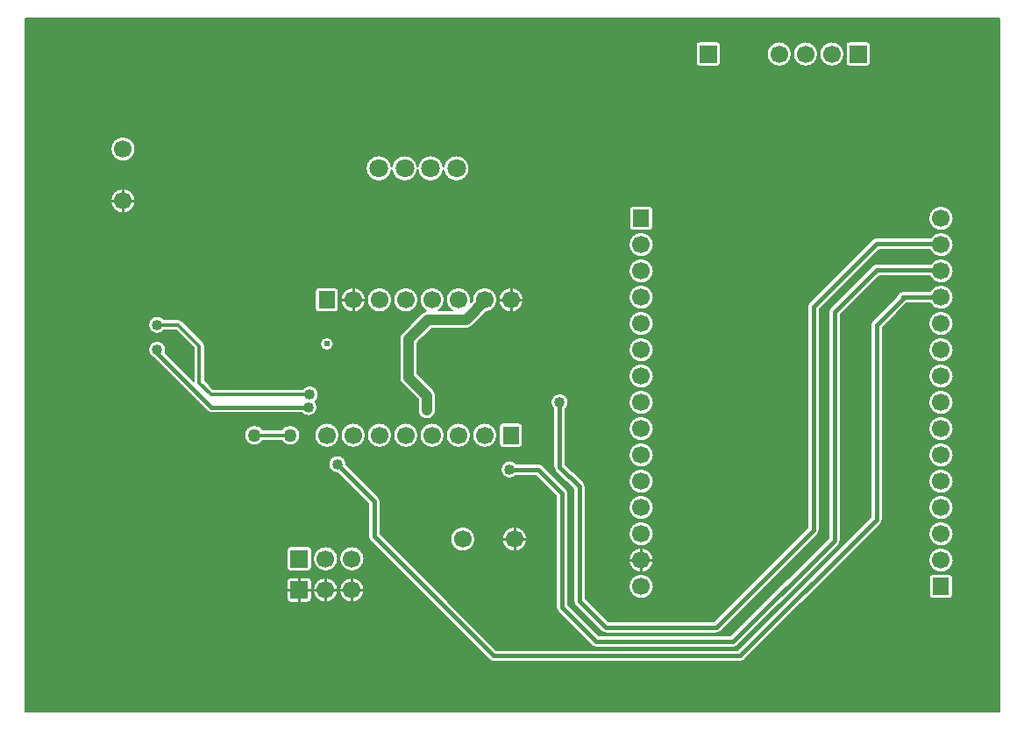
<source format=gbl>
G04 Layer: BottomLayer*
G04 EasyEDA Pro v2.0.19.1.e63e9f, 2023-06-23 12:42:27*
G04 Gerber Generator version 0.3*
G04 Scale: 100 percent, Rotated: No, Reflected: No*
G04 Dimensions in millimeters*
G04 Leading zeros omitted, absolute positions, 3 integers and 3 decimals*
%FSLAX33Y33*%
%MOMM*%
%ADD8191C,0.203*%
%ADD10C,0.254*%
%ADD11C,1.7*%
%ADD12R,1.575X1.7*%
%ADD13R,1.575X1.7*%
%ADD14R,1.575X1.7*%
%ADD15R,1.575X1.7*%
%ADD16R,1.7029X1.7*%
%ADD17R,1.7X1.7*%
%ADD18R,1.7X1.7*%
%ADD19C,1.8*%
%ADD20C,0.61*%
%ADD21C,1.27*%
%ADD22C,1.016*%
%ADD23C,0.356*%
%ADD24C,0.406*%
%ADD25C,0.457*%
G75*


G04 Copper Start*
G36*
G01X358Y485D02*
G01X358Y67460D01*
G01X94384D01*
G01Y485D01*
G01X358D01*
G37*
%LPC*%
G36*
G01X45158Y5448D02*
G03X45572Y5276I415J415D01*
G01X69363D01*
G03X69777Y5448I0J587D01*
G01X82965Y18635D01*
G03X83137Y19050I-415J415D01*
G01Y37603D01*
G01X85460Y39926D01*
G01X87717D01*
G03X88773Y39305I1056J587D01*
G03X89981Y40513I0J1208D01*
G03X88773Y41721I-1208J0D01*
G03X87717Y41100I0J-1208D01*
G01X85090D01*
G03X84518Y40644I0J-587D01*
G01X82135Y38261D01*
G03X81963Y37846I415J-415D01*
G01Y19293D01*
G01X69120Y6449D01*
G01X45815D01*
G01X34623Y17642D01*
G01Y20828D01*
G03X34451Y21243I-587J0D01*
G01X31345Y24348D01*
G03X31346Y24384I-865J36D01*
G03X30480Y25250I-866J0D01*
G03X29614Y24384I0J-866D01*
G03X30480Y23518I866J0D01*
G03X30516Y23519I0J866D01*
G01X33449Y20585D01*
G01Y17399D01*
G03X33621Y16984I587J0D01*
G01X45158Y5448D01*
G37*
G36*
G01X55084Y6824D02*
G03X55499Y6652I415J415D01*
G01X68707D01*
G03X69122Y6824I0J587D01*
G01X78901Y16603D01*
G03X79073Y17018I-415J415D01*
G01Y38873D01*
G01X82793Y42593D01*
G01X87656D01*
G03X88773Y41845I1117J460D01*
G03X89981Y43053I0J1208D01*
G03X88773Y44261I-1208J0D01*
G03X87798Y43767I0J-1208D01*
G01X82550D01*
G03X82135Y43595I0J-587D01*
G01X78071Y39531D01*
G03X77899Y39116I415J-415D01*
G01Y17261D01*
G01X68464Y7826D01*
G01X55742D01*
G01X52784Y10784D01*
G01Y21590D01*
G03X52612Y22005I-587J0D01*
G01X50326Y24291D01*
G03X49911Y24463I-415J-415D01*
G01X47754D01*
G03X47117Y24742I-637J-587D01*
G03X46251Y23876I0J-866D01*
G03X47117Y23010I866J0D01*
G03X47754Y23289I0J866D01*
G01X49668D01*
G01X51610Y21347D01*
G01Y10541D01*
G03X51782Y10126I587J0D01*
G01X55084Y6824D01*
G37*
G36*
G01X55973Y8221D02*
G03X56388Y8049I415J415D01*
G01X67056D01*
G03X67471Y8221I0J587D01*
G01X76869Y17619D01*
G03X77041Y18034I-415J415D01*
G01Y39381D01*
G01X82793Y45133D01*
G01X87656D01*
G03X88773Y44385I1117J460D01*
G03X89981Y45593I0J1208D01*
G03X88773Y46801I-1208J0D01*
G03X87798Y46307I0J-1208D01*
G01X82550D01*
G03X82135Y46135I0J-587D01*
G01X76039Y40039D01*
G03X75867Y39624I415J-415D01*
G01Y18277D01*
G01X66813Y9223D01*
G01X56631D01*
G01X54435Y11419D01*
G01Y22225D01*
G03X54263Y22640I-587J0D01*
G01X52530Y24373D01*
G01Y29716D01*
G03X52809Y30353I-587J637D01*
G03X51943Y31219I-866J0D01*
G03X51077Y30353I0J-866D01*
G03X51356Y29716I866J0D01*
G01Y24130D01*
G03X51528Y23715I587J0D01*
G01X53261Y21982D01*
G01Y11176D01*
G03X53433Y10761I587J0D01*
G01X55973Y8221D01*
G37*
G36*
G01X27686Y29037D02*
G03X28552Y29903I0J866D01*
G03X28362Y30445I-866J0D01*
G03X28679Y31115I-549J670D01*
G03X27813Y31981I-866J0D01*
G03X27133Y31651I0J-866D01*
G01X18510D01*
G01X17681Y32480D01*
G01Y35814D01*
G03X17524Y36193I-536J0D01*
G01X15492Y38225D01*
G03X15113Y38382I-379J-379D01*
G01X13761D01*
G03X13081Y38712I-680J-536D01*
G03X12215Y37846I0J-866D01*
G03X13081Y36980I866J0D01*
G03X13761Y37310I0J866D01*
G01X14891D01*
G01X16609Y35592D01*
G01Y32376D01*
G01X13882Y35103D01*
G03X13947Y35433I-801J330D01*
G03X13081Y36299I-866J0D01*
G03X12215Y35433I0J-866D01*
G03X12774Y34623I866J0D01*
G01X17891Y29506D01*
G03X18288Y29342I397J397D01*
G01X27027D01*
G03X27686Y29037I660J561D01*
G37*
G36*
G01X38250Y29591D02*
G03X39116Y28725I866J0D01*
G03X39982Y29591I0J866D01*
G01Y30988D01*
G03X39728Y31600I-866J0D01*
G01X38204Y33125D01*
G01Y36090D01*
G01X39602Y37488D01*
G01X42926D01*
G03X43538Y37742I0J866D01*
G01X44858Y39061D01*
G03X45912Y40259I-154J1198D01*
G03X44704Y41467I-1208J0D01*
G03X43496Y40259I0J-1208D01*
G03X43500Y40153I1208J0D01*
G01X43343Y39996D01*
G03X43372Y40259I-1179J263D01*
G03X42164Y41467I-1208J0D01*
G03X40956Y40259I0J-1208D01*
G03X41547Y39220I1208J0D01*
G01X40241D01*
G03X40832Y40259I-617J1039D01*
G03X39624Y41467I-1208J0D01*
G03X38416Y40259I0J-1208D01*
G03X39047Y39198I1208J0D01*
G03X38631Y38966I196J-844D01*
G01X36726Y37061D01*
G03X36472Y36449I612J-612D01*
G01Y32766D01*
G03X36726Y32154I866J0D01*
G01X38250Y30629D01*
G01Y29591D01*
G37*
G36*
G01X33219Y52959D02*
G03X34477Y51701I1258J0D01*
G03X35727Y52816I0J1258D01*
G03X36977Y51701I1250J143D01*
G03X38227Y52817I0J1258D01*
G03X39477Y51701I1250J142D01*
G03X40727Y52816I0J1258D01*
G03X41977Y51701I1250J143D01*
G03X43235Y52959I0J1258D01*
G03X41977Y54217I-1258J0D01*
G03X40727Y53102I0J-1258D01*
G03X39477Y54217I-1250J-143D01*
G03X38227Y53101I0J-1258D01*
G03X36977Y54217I-1250J-142D01*
G03X35727Y53102I0J-1258D01*
G03X34477Y54217I-1250J-143D01*
G03X33219Y52959I0J-1258D01*
G37*
G36*
G01X25072Y26642D02*
G03X25908Y26185I836J536D01*
G03X26901Y27178I0J993D01*
G03X25908Y28171I-993J0D01*
G03X25072Y27714I0J-993D01*
G01X23315D01*
G03X22479Y28171I-836J-536D01*
G03X21486Y27178I0J-993D01*
G03X22479Y26185I993J0D01*
G03X23315Y26642I0J993D01*
G01X25072D01*
G37*
G36*
G01X67144Y62800D02*
G03X67502Y63158I0J358D01*
G01Y64858D01*
G03X67144Y65216I-358J0D01*
G01X65444D01*
G03X65086Y64858I0J-358D01*
G01Y63158D01*
G03X65444Y62800I358J0D01*
G01X67144D01*
G37*
G36*
G01X81622Y62800D02*
G03X81980Y63158I0J358D01*
G01Y64858D01*
G03X81622Y65216I-358J0D01*
G01X79922D01*
G03X79564Y64858I0J-358D01*
G01Y63158D01*
G03X79922Y62800I358J0D01*
G01X81622D01*
G37*
G36*
G01X25589Y14390D02*
G03X25947Y14032I358J0D01*
G01X27647D01*
G03X28005Y14390I0J358D01*
G01Y16090D01*
G03X27647Y16448I-358J0D01*
G01X25947D01*
G03X25589Y16090I0J-358D01*
G01Y14390D01*
G37*
G36*
G01X30669Y15240D02*
G03X31877Y14032I1208J0D01*
G03X33085Y15240I0J1208D01*
G03X31877Y16448I-1208J0D01*
G03X30669Y15240I0J-1208D01*
G37*
G36*
G01X25589Y11377D02*
G03X25947Y11019I358J0D01*
G01X27647D01*
G03X28005Y11377I0J358D01*
G01Y13077D01*
G03X27647Y13435I-358J0D01*
G01X25947D01*
G03X25589Y13077I0J-358D01*
G01Y11377D01*
G37*
G36*
G01X41377Y17145D02*
G03X42585Y15937I1208J0D01*
G03X43793Y17145I0J1208D01*
G03X42585Y18353I-1208J0D01*
G03X41377Y17145I0J-1208D01*
G37*
G36*
G01X29464Y25970D02*
G03X30672Y27178I0J1208D01*
G03X29464Y28386I-1208J0D01*
G03X28256Y27178I0J-1208D01*
G03X29464Y25970I1208J0D01*
G37*
G36*
G01X46377Y17145D02*
G03X47585Y15937I1208J0D01*
G03X48793Y17145I0J1208D01*
G03X47585Y18353I-1208J0D01*
G03X46377Y17145I0J-1208D01*
G37*
G36*
G01X31877Y11019D02*
G03X33085Y12227I0J1208D01*
G03X31877Y13435I-1208J0D01*
G03X30669Y12227I0J-1208D01*
G03X31877Y11019I1208J0D01*
G37*
G36*
G01X59817Y11365D02*
G03X61025Y12573I0J1208D01*
G03X59817Y13781I-1208J0D01*
G03X58609Y12573I0J-1208D01*
G03X59817Y11365I1208J0D01*
G37*
G36*
G01X9779Y48616D02*
G03X10987Y49824I0J1208D01*
G03X9779Y51032I-1208J0D01*
G03X8571Y49824I0J-1208D01*
G03X9779Y48616I1208J0D01*
G37*
G36*
G01X58609Y15113D02*
G03X59817Y13905I1208J0D01*
G03X61025Y15113I0J1208D01*
G03X59817Y16321I-1208J0D01*
G03X58609Y15113I0J-1208D01*
G37*
G36*
G01X58609Y45593D02*
G03X59817Y44385I1208J0D01*
G03X61025Y45593I0J1208D01*
G03X59817Y46801I-1208J0D01*
G03X58609Y45593I0J-1208D01*
G37*
G36*
G01X58609Y17653D02*
G03X59817Y16445I1208J0D01*
G03X61025Y17653I0J1208D01*
G03X59817Y18861I-1208J0D01*
G03X58609Y17653I0J-1208D01*
G37*
G36*
G01X59817Y41845D02*
G03X61025Y43053I0J1208D01*
G03X59817Y44261I-1208J0D01*
G03X58609Y43053I0J-1208D01*
G03X59817Y41845I1208J0D01*
G37*
G36*
G01X59817Y18985D02*
G03X61025Y20193I0J1208D01*
G03X59817Y21401I-1208J0D01*
G03X58609Y20193I0J-1208D01*
G03X59817Y18985I1208J0D01*
G37*
G36*
G01X8571Y54824D02*
G03X9779Y53616I1208J0D01*
G03X10987Y54824I0J1208D01*
G03X9779Y56032I-1208J0D01*
G03X8571Y54824I0J-1208D01*
G37*
G36*
G01X59817Y21525D02*
G03X61025Y22733I0J1208D01*
G03X59817Y23941I-1208J0D01*
G03X58609Y22733I0J-1208D01*
G03X59817Y21525I1208J0D01*
G37*
G36*
G01X59817Y24065D02*
G03X61025Y25273I0J1208D01*
G03X59817Y26481I-1208J0D01*
G03X58609Y25273I0J-1208D01*
G03X59817Y24065I1208J0D01*
G37*
G36*
G01X38416Y27178D02*
G03X39624Y25970I1208J0D01*
G03X40832Y27178I0J1208D01*
G03X39624Y28386I-1208J0D01*
G03X38416Y27178I0J-1208D01*
G37*
G36*
G01X58609Y27813D02*
G03X59817Y26605I1208J0D01*
G03X61025Y27813I0J1208D01*
G03X59817Y29021I-1208J0D01*
G03X58609Y27813I0J-1208D01*
G37*
G36*
G01X58609Y30353D02*
G03X59817Y29145I1208J0D01*
G03X61025Y30353I0J1208D01*
G03X59817Y31561I-1208J0D01*
G03X58609Y30353I0J-1208D01*
G37*
G36*
G01X58609Y32893D02*
G03X59817Y31685I1208J0D01*
G03X61025Y32893I0J1208D01*
G03X59817Y34101I-1208J0D01*
G03X58609Y32893I0J-1208D01*
G37*
G36*
G01X58609Y35433D02*
G03X59817Y34225I1208J0D01*
G03X61025Y35433I0J1208D01*
G03X59817Y36641I-1208J0D01*
G03X58609Y35433I0J-1208D01*
G37*
G36*
G01X58609Y37973D02*
G03X59817Y36765I1208J0D01*
G03X61025Y37973I0J1208D01*
G03X59817Y39181I-1208J0D01*
G03X58609Y37973I0J-1208D01*
G37*
G36*
G01X46036Y40259D02*
G03X47244Y39051I1208J0D01*
G03X48452Y40259I0J1208D01*
G03X47244Y41467I-1208J0D01*
G03X46036Y40259I0J-1208D01*
G37*
G36*
G01X58609Y40513D02*
G03X59817Y39305I1208J0D01*
G03X61025Y40513I0J1208D01*
G03X59817Y41721I-1208J0D01*
G03X58609Y40513I0J-1208D01*
G37*
G36*
G01X28129Y12227D02*
G03X29337Y11019I1208J0D01*
G03X30545Y12227I0J1208D01*
G03X29337Y13435I-1208J0D01*
G03X28129Y12227I0J-1208D01*
G37*
G36*
G01X28129Y15240D02*
G03X29337Y14032I1208J0D01*
G03X30545Y15240I0J1208D01*
G03X29337Y16448I-1208J0D01*
G03X28129Y15240I0J-1208D01*
G37*
G36*
G01X40956Y27178D02*
G03X42164Y25970I1208J0D01*
G03X43372Y27178I0J1208D01*
G03X42164Y28386I-1208J0D01*
G03X40956Y27178I0J-1208D01*
G37*
G36*
G01X37084Y25970D02*
G03X38292Y27178I0J1208D01*
G03X37084Y28386I-1208J0D01*
G03X35876Y27178I0J-1208D01*
G03X37084Y25970I1208J0D01*
G37*
G36*
G01X37084Y39051D02*
G03X38292Y40259I0J1208D01*
G03X37084Y41467I-1208J0D01*
G03X35876Y40259I0J-1208D01*
G03X37084Y39051I1208J0D01*
G37*
G36*
G01X30796Y40259D02*
G03X32004Y39051I1208J0D01*
G03X33212Y40259I0J1208D01*
G03X32004Y41467I-1208J0D01*
G03X30796Y40259I0J-1208D01*
G37*
G36*
G01X34544Y39051D02*
G03X35752Y40259I0J1208D01*
G03X34544Y41467I-1208J0D01*
G03X33336Y40259I0J-1208D01*
G03X34544Y39051I1208J0D01*
G37*
G36*
G01X34544Y25970D02*
G03X35752Y27178I0J1208D01*
G03X34544Y28386I-1208J0D01*
G03X33336Y27178I0J-1208D01*
G03X34544Y25970I1208J0D01*
G37*
G36*
G01X44704Y25970D02*
G03X45912Y27178I0J1208D01*
G03X44704Y28386I-1208J0D01*
G03X43496Y27178I0J-1208D01*
G03X44704Y25970I1208J0D01*
G37*
G36*
G01X32004Y25970D02*
G03X33212Y27178I0J1208D01*
G03X32004Y28386I-1208J0D01*
G03X30796Y27178I0J-1208D01*
G03X32004Y25970I1208J0D01*
G37*
G36*
G01X87565Y32893D02*
G03X88773Y31685I1208J0D01*
G03X89981Y32893I0J1208D01*
G03X88773Y34101I-1208J0D01*
G03X87565Y32893I0J-1208D01*
G37*
G36*
G01X88773Y34225D02*
G03X89981Y35433I0J1208D01*
G03X88773Y36641I-1208J0D01*
G03X87565Y35433I0J-1208D01*
G03X88773Y34225I1208J0D01*
G37*
G36*
G01X87565Y37973D02*
G03X88773Y36765I1208J0D01*
G03X89981Y37973I0J1208D01*
G03X88773Y39181I-1208J0D01*
G03X87565Y37973I0J-1208D01*
G37*
G36*
G01X88773Y29145D02*
G03X89981Y30353I0J1208D01*
G03X88773Y31561I-1208J0D01*
G03X87565Y30353I0J-1208D01*
G03X88773Y29145I1208J0D01*
G37*
G36*
G01X87565Y20193D02*
G03X88773Y18985I1208J0D01*
G03X89981Y20193I0J1208D01*
G03X88773Y21401I-1208J0D01*
G03X87565Y20193I0J-1208D01*
G37*
G36*
G01X88773Y21525D02*
G03X89981Y22733I0J1208D01*
G03X88773Y23941I-1208J0D01*
G03X87565Y22733I0J-1208D01*
G03X88773Y21525I1208J0D01*
G37*
G36*
G01X88773Y26605D02*
G03X89981Y27813I0J1208D01*
G03X88773Y29021I-1208J0D01*
G03X87565Y27813I0J-1208D01*
G03X88773Y26605I1208J0D01*
G37*
G36*
G01X87565Y48133D02*
G03X88773Y46925I1208J0D01*
G03X89981Y48133I0J1208D01*
G03X88773Y49341I-1208J0D01*
G03X87565Y48133I0J-1208D01*
G37*
G36*
G01X88773Y24065D02*
G03X89981Y25273I0J1208D01*
G03X88773Y26481I-1208J0D01*
G03X87565Y25273I0J-1208D01*
G03X88773Y24065I1208J0D01*
G37*
G36*
G01X87565Y17653D02*
G03X88773Y16445I1208J0D01*
G03X89981Y17653I0J1208D01*
G03X88773Y18861I-1208J0D01*
G03X87565Y17653I0J-1208D01*
G37*
G36*
G01X87565Y15113D02*
G03X88773Y13905I1208J0D01*
G03X89981Y15113I0J1208D01*
G03X88773Y16321I-1208J0D01*
G03X87565Y15113I0J-1208D01*
G37*
G36*
G01X78232Y62800D02*
G03X79440Y64008I0J1208D01*
G03X78232Y65216I-1208J0D01*
G03X77024Y64008I0J-1208D01*
G03X78232Y62800I1208J0D01*
G37*
G36*
G01X74484Y64008D02*
G03X75692Y62800I1208J0D01*
G03X76900Y64008I0J1208D01*
G03X75692Y65216I-1208J0D01*
G03X74484Y64008I0J-1208D01*
G37*
G36*
G01X71944Y64008D02*
G03X73152Y62800I1208J0D01*
G03X74360Y64008I0J1208D01*
G03X73152Y65216I-1208J0D01*
G03X71944Y64008I0J-1208D01*
G37*
G36*
G01X89560Y11365D02*
G03X89919Y11723I0J358D01*
G01Y13423D01*
G03X89560Y13781I-358J0D01*
G01X87986D01*
G03X87627Y13423I0J-358D01*
G01Y11723D01*
G03X87986Y11365I358J0D01*
G01X89560D01*
G37*
G36*
G01X28318Y39409D02*
G03X28677Y39051I358J0D01*
G01X30251D01*
G03X30610Y39409I0J358D01*
G01Y41109D01*
G03X30251Y41467I-358J0D01*
G01X28677D01*
G03X28318Y41109I0J-358D01*
G01Y39409D01*
G37*
G36*
G01X58671Y47283D02*
G03X59030Y46925I358J0D01*
G01X60604D01*
G03X60963Y47283I0J358D01*
G01Y48983D01*
G03X60604Y49341I-358J0D01*
G01X59030D01*
G03X58671Y48983I0J-358D01*
G01Y47283D01*
G37*
G36*
G01X48031Y25970D02*
G03X48390Y26328I0J358D01*
G01Y28028D01*
G03X48031Y28386I-358J0D01*
G01X46457D01*
G03X46098Y28028I0J-358D01*
G01Y26328D01*
G03X46457Y25970I358J0D01*
G01X48031D01*
G37*
G36*
G01X29464Y35338D02*
G03X30127Y36001I0J663D01*
G03X29464Y36665I-663J0D01*
G03X28801Y36001I0J-663D01*
G03X29464Y35338I663J0D01*
G37*
%LPD*%
G54D8191*
G01X358Y485D02*
G01X358Y67460D01*
G01X94384D01*
G01Y485D01*
G01X358D01*
G01X45158Y5448D02*
G03X45572Y5276I415J415D01*
G01X69363D01*
G03X69777Y5448I0J587D01*
G01X82965Y18635D01*
G03X83137Y19050I-415J415D01*
G01Y37603D01*
G01X85460Y39926D01*
G01X87717D01*
G03X88773Y39305I1056J587D01*
G03X89981Y40513I0J1208D01*
G03X88773Y41721I-1208J0D01*
G03X87717Y41100I0J-1208D01*
G01X85090D01*
G03X84518Y40644I0J-587D01*
G01X82135Y38261D01*
G03X81963Y37846I415J-415D01*
G01Y19293D01*
G01X69120Y6449D01*
G01X45815D01*
G01X34623Y17642D01*
G01Y20828D01*
G03X34451Y21243I-587J0D01*
G01X31345Y24348D01*
G03X31346Y24384I-865J36D01*
G03X30480Y25250I-866J0D01*
G03X29614Y24384I0J-866D01*
G03X30480Y23518I866J0D01*
G03X30516Y23519I0J866D01*
G01X33449Y20585D01*
G01Y17399D01*
G03X33621Y16984I587J0D01*
G01X45158Y5448D01*
G01X55084Y6824D02*
G03X55499Y6652I415J415D01*
G01X68707D01*
G03X69122Y6824I0J587D01*
G01X78901Y16603D01*
G03X79073Y17018I-415J415D01*
G01Y38873D01*
G01X82793Y42593D01*
G01X87656D01*
G03X88773Y41845I1117J460D01*
G03X89981Y43053I0J1208D01*
G03X88773Y44261I-1208J0D01*
G03X87798Y43767I0J-1208D01*
G01X82550D01*
G03X82135Y43595I0J-587D01*
G01X78071Y39531D01*
G03X77899Y39116I415J-415D01*
G01Y17261D01*
G01X68464Y7826D01*
G01X55742D01*
G01X52784Y10784D01*
G01Y21590D01*
G03X52612Y22005I-587J0D01*
G01X50326Y24291D01*
G03X49911Y24463I-415J-415D01*
G01X47754D01*
G03X47117Y24742I-637J-587D01*
G03X46251Y23876I0J-866D01*
G03X47117Y23010I866J0D01*
G03X47754Y23289I0J866D01*
G01X49668D01*
G01X51610Y21347D01*
G01Y10541D01*
G03X51782Y10126I587J0D01*
G01X55084Y6824D01*
G01X55973Y8221D02*
G03X56388Y8049I415J415D01*
G01X67056D01*
G03X67471Y8221I0J587D01*
G01X76869Y17619D01*
G03X77041Y18034I-415J415D01*
G01Y39381D01*
G01X82793Y45133D01*
G01X87656D01*
G03X88773Y44385I1117J460D01*
G03X89981Y45593I0J1208D01*
G03X88773Y46801I-1208J0D01*
G03X87798Y46307I0J-1208D01*
G01X82550D01*
G03X82135Y46135I0J-587D01*
G01X76039Y40039D01*
G03X75867Y39624I415J-415D01*
G01Y18277D01*
G01X66813Y9223D01*
G01X56631D01*
G01X54435Y11419D01*
G01Y22225D01*
G03X54263Y22640I-587J0D01*
G01X52530Y24373D01*
G01Y29716D01*
G03X52809Y30353I-587J637D01*
G03X51943Y31219I-866J0D01*
G03X51077Y30353I0J-866D01*
G03X51356Y29716I866J0D01*
G01Y24130D01*
G03X51528Y23715I587J0D01*
G01X53261Y21982D01*
G01Y11176D01*
G03X53433Y10761I587J0D01*
G01X55973Y8221D01*
G01X27686Y29037D02*
G03X28552Y29903I0J866D01*
G03X28362Y30445I-866J0D01*
G03X28679Y31115I-549J670D01*
G03X27813Y31981I-866J0D01*
G03X27133Y31651I0J-866D01*
G01X18510D01*
G01X17681Y32480D01*
G01Y35814D01*
G03X17524Y36193I-536J0D01*
G01X15492Y38225D01*
G03X15113Y38382I-379J-379D01*
G01X13761D01*
G03X13081Y38712I-680J-536D01*
G03X12215Y37846I0J-866D01*
G03X13081Y36980I866J0D01*
G03X13761Y37310I0J866D01*
G01X14891D01*
G01X16609Y35592D01*
G01Y32376D01*
G01X13882Y35103D01*
G03X13947Y35433I-801J330D01*
G03X13081Y36299I-866J0D01*
G03X12215Y35433I0J-866D01*
G03X12774Y34623I866J0D01*
G01X17891Y29506D01*
G03X18288Y29342I397J397D01*
G01X27027D01*
G03X27686Y29037I660J561D01*
G01X38250Y29591D02*
G03X39116Y28725I866J0D01*
G03X39982Y29591I0J866D01*
G01Y30988D01*
G03X39728Y31600I-866J0D01*
G01X38204Y33125D01*
G01Y36090D01*
G01X39602Y37488D01*
G01X42926D01*
G03X43538Y37742I0J866D01*
G01X44858Y39061D01*
G03X45912Y40259I-154J1198D01*
G03X44704Y41467I-1208J0D01*
G03X43496Y40259I0J-1208D01*
G03X43500Y40153I1208J0D01*
G01X43343Y39996D01*
G03X43372Y40259I-1179J263D01*
G03X42164Y41467I-1208J0D01*
G03X40956Y40259I0J-1208D01*
G03X41547Y39220I1208J0D01*
G01X40241D01*
G03X40832Y40259I-617J1039D01*
G03X39624Y41467I-1208J0D01*
G03X38416Y40259I0J-1208D01*
G03X39047Y39198I1208J0D01*
G03X38631Y38966I196J-844D01*
G01X36726Y37061D01*
G03X36472Y36449I612J-612D01*
G01Y32766D01*
G03X36726Y32154I866J0D01*
G01X38250Y30629D01*
G01Y29591D01*
G01X33219Y52959D02*
G03X34477Y51701I1258J0D01*
G03X35727Y52816I0J1258D01*
G03X36977Y51701I1250J143D01*
G03X38227Y52817I0J1258D01*
G03X39477Y51701I1250J142D01*
G03X40727Y52816I0J1258D01*
G03X41977Y51701I1250J143D01*
G03X43235Y52959I0J1258D01*
G03X41977Y54217I-1258J0D01*
G03X40727Y53102I0J-1258D01*
G03X39477Y54217I-1250J-143D01*
G03X38227Y53101I0J-1258D01*
G03X36977Y54217I-1250J-142D01*
G03X35727Y53102I0J-1258D01*
G03X34477Y54217I-1250J-143D01*
G03X33219Y52959I0J-1258D01*
G01X25072Y26642D02*
G03X25908Y26185I836J536D01*
G03X26901Y27178I0J993D01*
G03X25908Y28171I-993J0D01*
G03X25072Y27714I0J-993D01*
G01X23315D01*
G03X22479Y28171I-836J-536D01*
G03X21486Y27178I0J-993D01*
G03X22479Y26185I993J0D01*
G03X23315Y26642I0J993D01*
G01X25072D01*
G01X67144Y62800D02*
G03X67502Y63158I0J358D01*
G01Y64858D01*
G03X67144Y65216I-358J0D01*
G01X65444D01*
G03X65086Y64858I0J-358D01*
G01Y63158D01*
G03X65444Y62800I358J0D01*
G01X67144D01*
G01X81622Y62800D02*
G03X81980Y63158I0J358D01*
G01Y64858D01*
G03X81622Y65216I-358J0D01*
G01X79922D01*
G03X79564Y64858I0J-358D01*
G01Y63158D01*
G03X79922Y62800I358J0D01*
G01X81622D01*
G01X25589Y14390D02*
G03X25947Y14032I358J0D01*
G01X27647D01*
G03X28005Y14390I0J358D01*
G01Y16090D01*
G03X27647Y16448I-358J0D01*
G01X25947D01*
G03X25589Y16090I0J-358D01*
G01Y14390D01*
G01X30669Y15240D02*
G03X31877Y14032I1208J0D01*
G03X33085Y15240I0J1208D01*
G03X31877Y16448I-1208J0D01*
G03X30669Y15240I0J-1208D01*
G01X25589Y11377D02*
G03X25947Y11019I358J0D01*
G01X27647D01*
G03X28005Y11377I0J358D01*
G01Y13077D01*
G03X27647Y13435I-358J0D01*
G01X25947D01*
G03X25589Y13077I0J-358D01*
G01Y11377D01*
G01X41377Y17145D02*
G03X42585Y15937I1208J0D01*
G03X43793Y17145I0J1208D01*
G03X42585Y18353I-1208J0D01*
G03X41377Y17145I0J-1208D01*
G01X29464Y25970D02*
G03X30672Y27178I0J1208D01*
G03X29464Y28386I-1208J0D01*
G03X28256Y27178I0J-1208D01*
G03X29464Y25970I1208J0D01*
G01X46377Y17145D02*
G03X47585Y15937I1208J0D01*
G03X48793Y17145I0J1208D01*
G03X47585Y18353I-1208J0D01*
G03X46377Y17145I0J-1208D01*
G01X31877Y11019D02*
G03X33085Y12227I0J1208D01*
G03X31877Y13435I-1208J0D01*
G03X30669Y12227I0J-1208D01*
G03X31877Y11019I1208J0D01*
G01X59817Y11365D02*
G03X61025Y12573I0J1208D01*
G03X59817Y13781I-1208J0D01*
G03X58609Y12573I0J-1208D01*
G03X59817Y11365I1208J0D01*
G01X9779Y48616D02*
G03X10987Y49824I0J1208D01*
G03X9779Y51032I-1208J0D01*
G03X8571Y49824I0J-1208D01*
G03X9779Y48616I1208J0D01*
G01X58609Y15113D02*
G03X59817Y13905I1208J0D01*
G03X61025Y15113I0J1208D01*
G03X59817Y16321I-1208J0D01*
G03X58609Y15113I0J-1208D01*
G01X58609Y45593D02*
G03X59817Y44385I1208J0D01*
G03X61025Y45593I0J1208D01*
G03X59817Y46801I-1208J0D01*
G03X58609Y45593I0J-1208D01*
G01X58609Y17653D02*
G03X59817Y16445I1208J0D01*
G03X61025Y17653I0J1208D01*
G03X59817Y18861I-1208J0D01*
G03X58609Y17653I0J-1208D01*
G01X59817Y41845D02*
G03X61025Y43053I0J1208D01*
G03X59817Y44261I-1208J0D01*
G03X58609Y43053I0J-1208D01*
G03X59817Y41845I1208J0D01*
G01X59817Y18985D02*
G03X61025Y20193I0J1208D01*
G03X59817Y21401I-1208J0D01*
G03X58609Y20193I0J-1208D01*
G03X59817Y18985I1208J0D01*
G01X8571Y54824D02*
G03X9779Y53616I1208J0D01*
G03X10987Y54824I0J1208D01*
G03X9779Y56032I-1208J0D01*
G03X8571Y54824I0J-1208D01*
G01X59817Y21525D02*
G03X61025Y22733I0J1208D01*
G03X59817Y23941I-1208J0D01*
G03X58609Y22733I0J-1208D01*
G03X59817Y21525I1208J0D01*
G01X59817Y24065D02*
G03X61025Y25273I0J1208D01*
G03X59817Y26481I-1208J0D01*
G03X58609Y25273I0J-1208D01*
G03X59817Y24065I1208J0D01*
G01X38416Y27178D02*
G03X39624Y25970I1208J0D01*
G03X40832Y27178I0J1208D01*
G03X39624Y28386I-1208J0D01*
G03X38416Y27178I0J-1208D01*
G01X58609Y27813D02*
G03X59817Y26605I1208J0D01*
G03X61025Y27813I0J1208D01*
G03X59817Y29021I-1208J0D01*
G03X58609Y27813I0J-1208D01*
G01X58609Y30353D02*
G03X59817Y29145I1208J0D01*
G03X61025Y30353I0J1208D01*
G03X59817Y31561I-1208J0D01*
G03X58609Y30353I0J-1208D01*
G01X58609Y32893D02*
G03X59817Y31685I1208J0D01*
G03X61025Y32893I0J1208D01*
G03X59817Y34101I-1208J0D01*
G03X58609Y32893I0J-1208D01*
G01X58609Y35433D02*
G03X59817Y34225I1208J0D01*
G03X61025Y35433I0J1208D01*
G03X59817Y36641I-1208J0D01*
G03X58609Y35433I0J-1208D01*
G01X58609Y37973D02*
G03X59817Y36765I1208J0D01*
G03X61025Y37973I0J1208D01*
G03X59817Y39181I-1208J0D01*
G03X58609Y37973I0J-1208D01*
G01X46036Y40259D02*
G03X47244Y39051I1208J0D01*
G03X48452Y40259I0J1208D01*
G03X47244Y41467I-1208J0D01*
G03X46036Y40259I0J-1208D01*
G01X58609Y40513D02*
G03X59817Y39305I1208J0D01*
G03X61025Y40513I0J1208D01*
G03X59817Y41721I-1208J0D01*
G03X58609Y40513I0J-1208D01*
G01X28129Y12227D02*
G03X29337Y11019I1208J0D01*
G03X30545Y12227I0J1208D01*
G03X29337Y13435I-1208J0D01*
G03X28129Y12227I0J-1208D01*
G01X28129Y15240D02*
G03X29337Y14032I1208J0D01*
G03X30545Y15240I0J1208D01*
G03X29337Y16448I-1208J0D01*
G03X28129Y15240I0J-1208D01*
G01X40956Y27178D02*
G03X42164Y25970I1208J0D01*
G03X43372Y27178I0J1208D01*
G03X42164Y28386I-1208J0D01*
G03X40956Y27178I0J-1208D01*
G01X37084Y25970D02*
G03X38292Y27178I0J1208D01*
G03X37084Y28386I-1208J0D01*
G03X35876Y27178I0J-1208D01*
G03X37084Y25970I1208J0D01*
G01X37084Y39051D02*
G03X38292Y40259I0J1208D01*
G03X37084Y41467I-1208J0D01*
G03X35876Y40259I0J-1208D01*
G03X37084Y39051I1208J0D01*
G01X30796Y40259D02*
G03X32004Y39051I1208J0D01*
G03X33212Y40259I0J1208D01*
G03X32004Y41467I-1208J0D01*
G03X30796Y40259I0J-1208D01*
G01X34544Y39051D02*
G03X35752Y40259I0J1208D01*
G03X34544Y41467I-1208J0D01*
G03X33336Y40259I0J-1208D01*
G03X34544Y39051I1208J0D01*
G01X34544Y25970D02*
G03X35752Y27178I0J1208D01*
G03X34544Y28386I-1208J0D01*
G03X33336Y27178I0J-1208D01*
G03X34544Y25970I1208J0D01*
G01X44704Y25970D02*
G03X45912Y27178I0J1208D01*
G03X44704Y28386I-1208J0D01*
G03X43496Y27178I0J-1208D01*
G03X44704Y25970I1208J0D01*
G01X32004Y25970D02*
G03X33212Y27178I0J1208D01*
G03X32004Y28386I-1208J0D01*
G03X30796Y27178I0J-1208D01*
G03X32004Y25970I1208J0D01*
G01X87565Y32893D02*
G03X88773Y31685I1208J0D01*
G03X89981Y32893I0J1208D01*
G03X88773Y34101I-1208J0D01*
G03X87565Y32893I0J-1208D01*
G01X88773Y34225D02*
G03X89981Y35433I0J1208D01*
G03X88773Y36641I-1208J0D01*
G03X87565Y35433I0J-1208D01*
G03X88773Y34225I1208J0D01*
G01X87565Y37973D02*
G03X88773Y36765I1208J0D01*
G03X89981Y37973I0J1208D01*
G03X88773Y39181I-1208J0D01*
G03X87565Y37973I0J-1208D01*
G01X88773Y29145D02*
G03X89981Y30353I0J1208D01*
G03X88773Y31561I-1208J0D01*
G03X87565Y30353I0J-1208D01*
G03X88773Y29145I1208J0D01*
G01X87565Y20193D02*
G03X88773Y18985I1208J0D01*
G03X89981Y20193I0J1208D01*
G03X88773Y21401I-1208J0D01*
G03X87565Y20193I0J-1208D01*
G01X88773Y21525D02*
G03X89981Y22733I0J1208D01*
G03X88773Y23941I-1208J0D01*
G03X87565Y22733I0J-1208D01*
G03X88773Y21525I1208J0D01*
G01X88773Y26605D02*
G03X89981Y27813I0J1208D01*
G03X88773Y29021I-1208J0D01*
G03X87565Y27813I0J-1208D01*
G03X88773Y26605I1208J0D01*
G01X87565Y48133D02*
G03X88773Y46925I1208J0D01*
G03X89981Y48133I0J1208D01*
G03X88773Y49341I-1208J0D01*
G03X87565Y48133I0J-1208D01*
G01X88773Y24065D02*
G03X89981Y25273I0J1208D01*
G03X88773Y26481I-1208J0D01*
G03X87565Y25273I0J-1208D01*
G03X88773Y24065I1208J0D01*
G01X87565Y17653D02*
G03X88773Y16445I1208J0D01*
G03X89981Y17653I0J1208D01*
G03X88773Y18861I-1208J0D01*
G03X87565Y17653I0J-1208D01*
G01X87565Y15113D02*
G03X88773Y13905I1208J0D01*
G03X89981Y15113I0J1208D01*
G03X88773Y16321I-1208J0D01*
G03X87565Y15113I0J-1208D01*
G01X78232Y62800D02*
G03X79440Y64008I0J1208D01*
G03X78232Y65216I-1208J0D01*
G03X77024Y64008I0J-1208D01*
G03X78232Y62800I1208J0D01*
G01X74484Y64008D02*
G03X75692Y62800I1208J0D01*
G03X76900Y64008I0J1208D01*
G03X75692Y65216I-1208J0D01*
G03X74484Y64008I0J-1208D01*
G01X71944Y64008D02*
G03X73152Y62800I1208J0D01*
G03X74360Y64008I0J1208D01*
G03X73152Y65216I-1208J0D01*
G03X71944Y64008I0J-1208D01*
G01X89560Y11365D02*
G03X89919Y11723I0J358D01*
G01Y13423D01*
G03X89560Y13781I-358J0D01*
G01X87986D01*
G03X87627Y13423I0J-358D01*
G01Y11723D01*
G03X87986Y11365I358J0D01*
G01X89560D01*
G01X28318Y39409D02*
G03X28677Y39051I358J0D01*
G01X30251D01*
G03X30610Y39409I0J358D01*
G01Y41109D01*
G03X30251Y41467I-358J0D01*
G01X28677D01*
G03X28318Y41109I0J-358D01*
G01Y39409D01*
G01X58671Y47283D02*
G03X59030Y46925I358J0D01*
G01X60604D01*
G03X60963Y47283I0J358D01*
G01Y48983D01*
G03X60604Y49341I-358J0D01*
G01X59030D01*
G03X58671Y48983I0J-358D01*
G01Y47283D01*
G01X48031Y25970D02*
G03X48390Y26328I0J358D01*
G01Y28028D01*
G03X48031Y28386I-358J0D01*
G01X46457D01*
G03X46098Y28028I0J-358D01*
G01Y26328D01*
G03X46457Y25970I358J0D01*
G01X48031D01*
G01X29464Y35338D02*
G03X30127Y36001I0J663D01*
G03X29464Y36665I-663J0D01*
G03X28801Y36001I0J-663D01*
G03X29464Y35338I663J0D01*
G54D10*
G01X47244Y40259D02*
G01X46135Y40259D01*
G01X47244Y40259D02*
G01X48353Y40259D01*
G01X47244Y40259D02*
G01X47244Y41368D01*
G01X47244Y40259D02*
G01X47244Y39150D01*
G01X26797Y12227D02*
G01X25688Y12227D01*
G01X26797Y12227D02*
G01X27906Y12227D01*
G01X26797Y12227D02*
G01X26797Y13336D01*
G01X26797Y12227D02*
G01X26797Y11118D01*
G01X29337Y12227D02*
G01X28228Y12227D01*
G01X29337Y12227D02*
G01X30446Y12227D01*
G01X29337Y12227D02*
G01X29337Y13336D01*
G01X29337Y12227D02*
G01X29337Y11118D01*
G01X31877Y12227D02*
G01X30768Y12227D01*
G01X31877Y12227D02*
G01X32986Y12227D01*
G01X31877Y12227D02*
G01X31877Y13336D01*
G01X31877Y12227D02*
G01X31877Y11118D01*
G01X59817Y15113D02*
G01X59817Y16222D01*
G01X59817Y15113D02*
G01X59817Y14004D01*
G01X59817Y15113D02*
G01X60926Y15113D01*
G01X59817Y15113D02*
G01X58708Y15113D01*
G01X47585Y17145D02*
G01X46476Y17145D01*
G01X47585Y17145D02*
G01X48694Y17145D01*
G01X47585Y17145D02*
G01X47585Y18254D01*
G01X47585Y17145D02*
G01X47585Y16036D01*
G01X32004Y40259D02*
G01X30895Y40259D01*
G01X32004Y40259D02*
G01X33113Y40259D01*
G01X32004Y40259D02*
G01X32004Y41368D01*
G01X32004Y40259D02*
G01X32004Y39150D01*
G01X9779Y49824D02*
G01X9779Y50933D01*
G01X9779Y49824D02*
G01X9779Y48715D01*
G01X9779Y49824D02*
G01X10888Y49824D01*
G01X9779Y49824D02*
G01X8670Y49824D01*
G04 Copper End*

G04 Pad Start*
G54D11*
G01X59817Y12573D03*
G01X59817Y15113D03*
G01X59817Y17653D03*
G01X59817Y20193D03*
G01X59817Y22733D03*
G01X59817Y25273D03*
G01X59817Y27813D03*
G01X59817Y30353D03*
G01X59817Y32893D03*
G01X59817Y35433D03*
G01X59817Y37973D03*
G01X59817Y40513D03*
G01X59817Y43053D03*
G01X59817Y45593D03*
G54D12*
G01X59817Y48133D03*
G54D11*
G01X88773Y48133D03*
G01X88773Y45593D03*
G01X88773Y43053D03*
G01X88773Y40513D03*
G01X88773Y37973D03*
G01X88773Y35433D03*
G01X88773Y32893D03*
G01X88773Y30353D03*
G01X88773Y27813D03*
G01X88773Y25273D03*
G01X88773Y22733D03*
G01X88773Y20193D03*
G01X88773Y17653D03*
G01X88773Y15113D03*
G54D13*
G01X88773Y12573D03*
G54D11*
G01X29464Y27178D03*
G01X32004Y27178D03*
G01X34544Y27178D03*
G01X37084Y27178D03*
G01X39624Y27178D03*
G01X42164Y27178D03*
G01X44704Y27178D03*
G54D14*
G01X47244Y27178D03*
G54D11*
G01X47244Y40259D03*
G01X44704Y40259D03*
G01X42164Y40259D03*
G01X39624Y40259D03*
G01X37084Y40259D03*
G01X34544Y40259D03*
G01X32004Y40259D03*
G54D15*
G01X29464Y40259D03*
G54D11*
G01X9779Y54824D03*
G01X9779Y49824D03*
G54D17*
G01X26797Y15240D03*
G54D11*
G01X29337Y15240D03*
G01X31877Y15240D03*
G54D17*
G01X26797Y12227D03*
G54D11*
G01X29337Y12227D03*
G01X31877Y12227D03*
G01X42585Y17145D03*
G01X47585Y17145D03*
G54D18*
G01X80772Y64008D03*
G54D11*
G01X78232Y64008D03*
G01X75692Y64008D03*
G01X73152Y64008D03*
G54D17*
G01X66294Y64008D03*
G54D19*
G01X41977Y52959D03*
G01X39477Y52959D03*
G01X36977Y52959D03*
G01X34477Y52959D03*
G04 Pad End*

G04 Via Start*
G54D20*
G01X29464Y40259D03*
G01X29464Y36001D03*
G54D21*
G01X22479Y27178D03*
G01X25908Y27178D03*
G54D22*
G01X27686Y29903D03*
G01X27813Y31115D03*
G01X13081Y37846D03*
G01X13081Y35433D03*
G01X30480Y24384D03*
G01X47117Y23876D03*
G01X51943Y30353D03*
G01X39116Y29591D03*
G04 Via End*

G04 Track Start*
G54D23*
G01X22479Y27178D02*
G01X25908Y27178D01*
G01X13081Y37846D02*
G01X15113Y37846D01*
G01X17145Y35814D01*
G01Y32258D01*
G01X18288Y31115D01*
G01X27813D01*
G54D24*
G01X27686Y29903D02*
G01X18288Y29903D01*
G01X13081Y35110D01*
G01Y35433D01*
G54D25*
G01X47117Y23876D02*
G01X49911Y23876D01*
G01X52197Y21590D01*
G01Y10541D01*
G01X78486Y17018D02*
G01X78486Y39116D01*
G01X82550Y43180D01*
G01X88773D01*
G01X51943Y30353D02*
G01X51943Y24130D01*
G01X53848Y22225D01*
G01Y11176D01*
G01X76454Y18034D02*
G01X76454Y39624D01*
G01X82550Y45720D01*
G01X88773D01*
G01X82550Y37846D02*
G01X85090Y40386D01*
G01Y40513D01*
G01X88646D01*
G01X88773Y40640D01*
G01X82550Y19050D02*
G01X82550Y37846D01*
G54D22*
G01X39116Y29591D02*
G01X39116Y30988D01*
G01X37338Y32766D01*
G01Y36449D01*
G54D25*
G01X30480Y24384D02*
G01X34036Y20828D01*
G01Y17399D01*
G01X45572Y5863D01*
G01X69363D01*
G01X82550Y19050D01*
G01X53848Y11176D02*
G01X56388Y8636D01*
G01X67056D01*
G01X76454Y18034D01*
G01X52197Y10541D02*
G01X55499Y7239D01*
G01X68707D01*
G01X78486Y17018D01*
G54D22*
G01X37338Y36449D02*
G01X39243Y38354D01*
G01X42926D01*
G01X44831Y40259D01*
G04 Track End*

M02*

</source>
